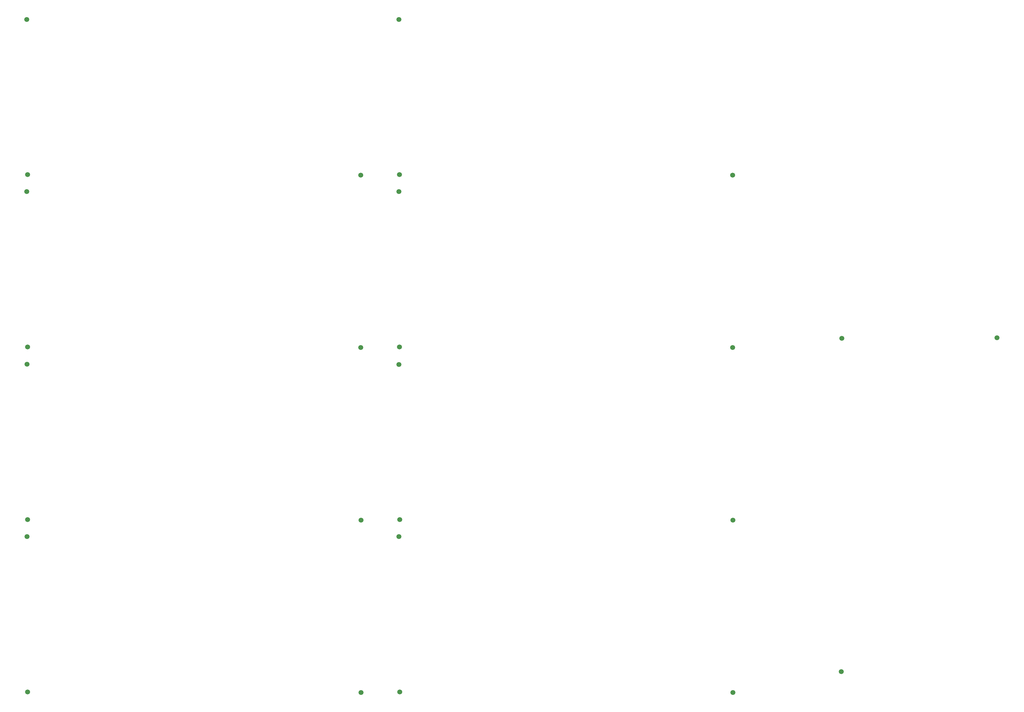
<source format=gbr>
%TF.GenerationSoftware,KiCad,Pcbnew,9.0.0*%
%TF.CreationDate,2025-07-23T13:34:58+02:00*%
%TF.ProjectId,PowerPCB,506f7765-7250-4434-922e-6b696361645f,rev?*%
%TF.SameCoordinates,Original*%
%TF.FileFunction,Other,ECO1*%
%FSLAX46Y46*%
G04 Gerber Fmt 4.6, Leading zero omitted, Abs format (unit mm)*
G04 Created by KiCad (PCBNEW 9.0.0) date 2025-07-23 13:34:58*
%MOMM*%
%LPD*%
G01*
G04 APERTURE LIST*
%ADD10C,1.500000*%
G04 APERTURE END LIST*
D10*
%TO.C,FID3*%
X306700000Y-241499000D03*
%TD*%
%TO.C,FID2*%
X306900000Y-140199000D03*
%TD*%
%TO.C,FID1*%
X354100000Y-139999000D03*
%TD*%
%TO.C,FID2*%
X172450000Y-142801553D03*
%TD*%
%TO.C,FID1*%
X172250000Y-95601553D03*
%TD*%
%TO.C,FID3*%
X273750000Y-143001553D03*
%TD*%
%TO.C,FID3*%
X273750000Y-90600000D03*
%TD*%
%TO.C,FID2*%
X172450000Y-90400000D03*
%TD*%
%TO.C,FID1*%
X172250000Y-43200000D03*
%TD*%
%TO.C,FID2*%
X172500000Y-247700000D03*
%TD*%
%TO.C,FID1*%
X172300000Y-200500000D03*
%TD*%
%TO.C,FID3*%
X273800000Y-195500000D03*
%TD*%
%TO.C,FID2*%
X172500000Y-195300000D03*
%TD*%
%TO.C,FID1*%
X172300000Y-148100000D03*
%TD*%
%TO.C,FID3*%
X273800000Y-247900000D03*
%TD*%
%TO.C,FID3*%
X160750000Y-247899000D03*
%TD*%
%TO.C,FID2*%
X59450000Y-247699000D03*
%TD*%
%TO.C,FID1*%
X59250000Y-200499000D03*
%TD*%
%TO.C,FID1*%
X59250000Y-148099000D03*
%TD*%
%TO.C,FID2*%
X59450000Y-195299000D03*
%TD*%
%TO.C,FID3*%
X160750000Y-195499000D03*
%TD*%
%TO.C,FID3*%
X160700000Y-143000553D03*
%TD*%
%TO.C,FID2*%
X59400000Y-142800553D03*
%TD*%
%TO.C,FID1*%
X59200000Y-95600553D03*
%TD*%
%TO.C,FID1*%
X59200000Y-43199000D03*
%TD*%
%TO.C,FID3*%
X160700000Y-90599000D03*
%TD*%
%TO.C,FID2*%
X59400000Y-90399000D03*
%TD*%
M02*

</source>
